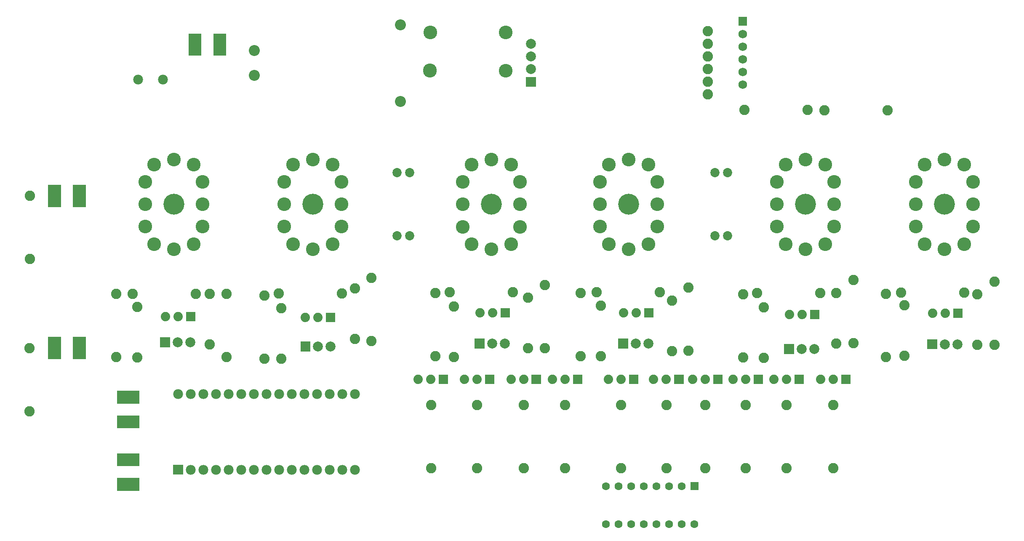
<source format=gbs>
G04 Layer: BottomSolderMaskLayer*
G04 EasyEDA v6.4.25, 2021-11-28T11:35:11+01:00*
G04 012f4e6f5168424cbf972d7804d96389,6d705683b9bb4ad5a2e260519191d1bd,10*
G04 Gerber Generator version 0.2*
G04 Scale: 100 percent, Rotated: No, Reflected: No *
G04 Dimensions in millimeters *
G04 leading zeros omitted , absolute positions ,4 integer and 5 decimal *
%FSLAX45Y45*%
%MOMM*%

%ADD42C,2.0828*%
%ADD43C,1.8542*%
%ADD45C,1.7272*%
%ADD48C,2.0032*%
%ADD50C,1.8796*%
%ADD52C,1.6002*%
%ADD53C,2.2032*%
%ADD54C,2.7432*%
%ADD55C,4.2032*%
%ADD57C,1.9812*%
%ADD58R,2.5832X4.4882*%

%LPD*%
D42*
G01*
X18045460Y8717473D03*
G01*
X16775460Y8717473D03*
G01*
X16436472Y8719987D03*
G01*
X15166472Y8719987D03*
D43*
G01*
X8176976Y7460985D03*
G01*
X8430976Y7460985D03*
G01*
X8176976Y6191493D03*
G01*
X8430976Y6191493D03*
G01*
X14567463Y6191493D03*
G01*
X14821463Y6191493D03*
G01*
X14567463Y7460985D03*
G01*
X14821463Y7460985D03*
D42*
G01*
X4407489Y5020985D03*
G01*
X4407489Y4004985D03*
G01*
X17009470Y5040492D03*
G01*
X17009470Y4024492D03*
G01*
X18310458Y5045979D03*
G01*
X19580458Y5045979D03*
G01*
X13705464Y4892487D03*
G01*
X13705464Y3876487D03*
G01*
X10811489Y4950500D03*
G01*
X10811489Y3934500D03*
G01*
X19842967Y5016997D03*
G01*
X19842967Y4000997D03*
G01*
X7330978Y5131475D03*
G01*
X7330978Y4115475D03*
G01*
X11555989Y2787487D03*
G01*
X11555989Y1517487D03*
G01*
X10723478Y1517487D03*
G01*
X10723478Y2787487D03*
G01*
X9786472Y1517487D03*
G01*
X9786472Y2787487D03*
G01*
X8861480Y1517487D03*
G01*
X8861480Y2787487D03*
G01*
X14378970Y1517487D03*
G01*
X14378970Y2787487D03*
G01*
X5797986Y5030993D03*
G01*
X7067986Y5030993D03*
G01*
X16949475Y1517487D03*
G01*
X16949475Y2787487D03*
G01*
X15419964Y5040492D03*
G01*
X16689964Y5040492D03*
G01*
X15185979Y2787487D03*
G01*
X15185979Y1517487D03*
G01*
X9234987Y5061498D03*
G01*
X10504987Y5061498D03*
G01*
X2864490Y5020477D03*
G01*
X4134490Y5020477D03*
G01*
X12188474Y5061981D03*
G01*
X13458474Y5061981D03*
G01*
X797488Y6993981D03*
G01*
X797488Y5723981D03*
G01*
X12685984Y2787487D03*
G01*
X12685984Y1517487D03*
G01*
X16012469Y1517487D03*
G01*
X16012469Y2787487D03*
G01*
X13594466Y2787487D03*
G01*
X13594466Y1517487D03*
G01*
X789487Y3933002D03*
G01*
X789487Y2663002D03*
G01*
X5853993Y4738994D03*
G01*
X5853993Y3722994D03*
G01*
X11873616Y5045014D03*
G01*
X11873616Y3775014D03*
G01*
X15142088Y5015042D03*
G01*
X15142088Y3745042D03*
G01*
X2951485Y4762997D03*
G01*
X2951485Y3746997D03*
G01*
X2533502Y5019995D03*
G01*
X2533502Y3749995D03*
G01*
X15553974Y4751491D03*
G01*
X15553974Y3735491D03*
G01*
X5508477Y4994493D03*
G01*
X5508477Y3724493D03*
G01*
X12278974Y4786492D03*
G01*
X12278974Y3770492D03*
G01*
X18006954Y5025989D03*
G01*
X18006954Y3755989D03*
G01*
X18381959Y4796500D03*
G01*
X18381959Y3780500D03*
G01*
X8951092Y5044506D03*
G01*
X8951092Y3774506D03*
G01*
X9323481Y4771481D03*
G01*
X9323481Y3755481D03*
G36*
X2545212Y2320356D02*
G01*
X2545212Y2578674D01*
X2994030Y2578674D01*
X2994030Y2320356D01*
G37*
G36*
X2545212Y2818196D02*
G01*
X2545212Y3076514D01*
X2994030Y3076514D01*
X2994030Y2818196D01*
G37*
D45*
G01*
X15129464Y9235988D03*
G01*
X15129464Y9489988D03*
G01*
X15129464Y9743988D03*
G01*
X15129464Y9997988D03*
G01*
X15129464Y10251988D03*
G36*
X15043028Y10419654D02*
G01*
X15043028Y10592374D01*
X15215748Y10592374D01*
X15215748Y10419654D01*
G37*
G36*
X15959714Y3812352D02*
G01*
X15959714Y4012758D01*
X16160120Y4012758D01*
X16160120Y3812352D01*
G37*
D48*
G01*
X16313891Y3912478D03*
G01*
X16567891Y3912478D03*
G36*
X9737222Y3926906D02*
G01*
X9737222Y4127058D01*
X9937628Y4127058D01*
X9937628Y3926906D01*
G37*
G01*
X10091399Y4026982D03*
G01*
X10345399Y4026982D03*
G36*
X18841598Y3911412D02*
G01*
X18841598Y4111564D01*
X19042004Y4111564D01*
X19042004Y3911412D01*
G37*
G01*
X19195877Y4011488D03*
G01*
X19449877Y4011488D03*
G36*
X12623932Y3925382D02*
G01*
X12623932Y4125534D01*
X12824084Y4125534D01*
X12824084Y3925382D01*
G37*
G01*
X12977982Y4025483D03*
G01*
X13231982Y4025483D03*
G36*
X6236848Y3864422D02*
G01*
X6236848Y4064574D01*
X6437254Y4064574D01*
X6437254Y3864422D01*
G37*
G01*
X6591000Y3964498D03*
G01*
X6845000Y3964498D03*
G36*
X3411860Y3950782D02*
G01*
X3411860Y4151188D01*
X3612266Y4151188D01*
X3612266Y3950782D01*
G37*
G01*
X3765986Y4050985D03*
G01*
X4019986Y4050985D03*
D42*
G01*
X4753488Y5023500D03*
G01*
X4753488Y3753500D03*
G01*
X17353970Y5306989D03*
G01*
X17353970Y4036989D03*
G01*
X11151468Y5204983D03*
G01*
X11151468Y3934983D03*
G01*
X14037467Y5149992D03*
G01*
X14037467Y3879992D03*
G01*
X20189957Y5269981D03*
G01*
X20189957Y3999981D03*
G01*
X7661483Y5347477D03*
G01*
X7661483Y4077477D03*
G36*
X13148188Y4547936D02*
G01*
X13148188Y4735896D01*
X13336148Y4735896D01*
X13336148Y4547936D01*
G37*
D50*
G01*
X12988142Y4641992D03*
G01*
X12734142Y4641992D03*
G36*
X10261478Y4552508D02*
G01*
X10261478Y4740468D01*
X10449438Y4740468D01*
X10449438Y4552508D01*
G37*
G01*
X10101559Y4646488D03*
G01*
X9847559Y4646488D03*
G36*
X6750436Y4457512D02*
G01*
X6750436Y4645472D01*
X6938396Y4645472D01*
X6938396Y4457512D01*
G37*
G01*
X6590492Y4551492D03*
G01*
X6336492Y4551492D03*
G36*
X16483970Y4515424D02*
G01*
X16483970Y4703384D01*
X16671930Y4703384D01*
X16671930Y4515424D01*
G37*
G01*
X16324051Y4609480D03*
G01*
X16070051Y4609480D03*
G36*
X3936116Y4474530D02*
G01*
X3936116Y4662490D01*
X4124076Y4662490D01*
X4124076Y4474530D01*
G37*
G01*
X3776146Y4568586D03*
G01*
X3522146Y4568586D03*
G36*
X19366108Y4540570D02*
G01*
X19366108Y4728530D01*
X19554068Y4728530D01*
X19554068Y4540570D01*
G37*
G01*
X19206037Y4634499D03*
G01*
X18952037Y4634499D03*
G36*
X2545466Y1061786D02*
G01*
X2545466Y1320104D01*
X2994538Y1320104D01*
X2994538Y1061786D01*
G37*
G36*
X2545466Y1559626D02*
G01*
X2545466Y1817944D01*
X2994538Y1817944D01*
X2994538Y1559626D01*
G37*
G36*
X14078590Y1075502D02*
G01*
X14078590Y1235522D01*
X14238610Y1235522D01*
X14238610Y1075502D01*
G37*
D52*
G01*
X13904473Y1155486D03*
G01*
X13650473Y1155486D03*
G01*
X13396473Y1155486D03*
G01*
X13142473Y1155486D03*
G01*
X12888473Y1155486D03*
G01*
X12634473Y1155486D03*
G01*
X12380473Y1155486D03*
G01*
X12380473Y393486D03*
G01*
X12634473Y393486D03*
G01*
X12888473Y393486D03*
G01*
X13142473Y393486D03*
G01*
X13396473Y393486D03*
G01*
X13650473Y393486D03*
G01*
X13904473Y393486D03*
G01*
X14158473Y393486D03*
D53*
G01*
X8249975Y8894968D03*
G01*
X8249975Y10434970D03*
G01*
X5309976Y9414982D03*
G01*
X5309976Y9914981D03*
D54*
G01*
X4265985Y6824995D03*
G01*
X3115975Y6824995D03*
G01*
X4265985Y7274981D03*
G01*
X4090776Y7625095D03*
G01*
X3690980Y7724993D03*
G01*
X3290676Y7624993D03*
G01*
X3115975Y7274981D03*
G01*
X3115975Y6374983D03*
G01*
X3290676Y6024895D03*
G01*
X3690726Y5925073D03*
G01*
X4090979Y6024996D03*
G01*
X4265985Y6374983D03*
D55*
G01*
X3690980Y6824995D03*
D54*
G01*
X19759985Y6824995D03*
G01*
X18609975Y6824995D03*
G01*
X19759985Y7274981D03*
G01*
X19584776Y7625095D03*
G01*
X19184980Y7724993D03*
G01*
X18784676Y7624993D03*
G01*
X18609975Y7274981D03*
G01*
X18609975Y6374983D03*
G01*
X18784676Y6024895D03*
G01*
X19184726Y5925073D03*
G01*
X19584979Y6024996D03*
G01*
X19759985Y6374983D03*
D55*
G01*
X19184980Y6824995D03*
D54*
G01*
X16965985Y6824995D03*
G01*
X15815975Y6824995D03*
G01*
X16965985Y7274981D03*
G01*
X16790776Y7625095D03*
G01*
X16390980Y7724993D03*
G01*
X15990676Y7624993D03*
G01*
X15815975Y7274981D03*
G01*
X15815975Y6374983D03*
G01*
X15990676Y6024895D03*
G01*
X16390726Y5925073D03*
G01*
X16790979Y6024996D03*
G01*
X16965985Y6374983D03*
D55*
G01*
X16390980Y6824995D03*
D54*
G01*
X13409985Y6824995D03*
G01*
X12259975Y6824995D03*
G01*
X13409985Y7274981D03*
G01*
X13234776Y7625095D03*
G01*
X12834980Y7724993D03*
G01*
X12434676Y7624993D03*
G01*
X12259975Y7274981D03*
G01*
X12259975Y6374983D03*
G01*
X12434676Y6024895D03*
G01*
X12834726Y5925073D03*
G01*
X13234979Y6024996D03*
G01*
X13409985Y6374983D03*
D55*
G01*
X12834980Y6824995D03*
D54*
G01*
X10648980Y6823496D03*
G01*
X9498970Y6823496D03*
G01*
X10648980Y7273483D03*
G01*
X10473771Y7623596D03*
G01*
X10073975Y7723494D03*
G01*
X9673671Y7623495D03*
G01*
X9498970Y7273483D03*
G01*
X9498970Y6373484D03*
G01*
X9673671Y6023396D03*
G01*
X10073721Y5923574D03*
G01*
X10473974Y6023498D03*
G01*
X10648980Y6373484D03*
D55*
G01*
X10073975Y6823496D03*
D54*
G01*
X7059985Y6824995D03*
G01*
X5909975Y6824995D03*
G01*
X7059985Y7274981D03*
G01*
X6884776Y7625095D03*
G01*
X6484980Y7724993D03*
G01*
X6084676Y7624993D03*
G01*
X5909975Y7274981D03*
G01*
X5909975Y6374983D03*
G01*
X6084676Y6024895D03*
G01*
X6484726Y5925073D03*
G01*
X6884979Y6024996D03*
G01*
X7059985Y6374983D03*
D55*
G01*
X6484980Y6824995D03*
G36*
X3678052Y1388938D02*
G01*
X3678052Y1587058D01*
X3876172Y1587058D01*
X3876172Y1388938D01*
G37*
D57*
G01*
X4030985Y1487998D03*
G01*
X4284985Y1487998D03*
G01*
X4538985Y1487998D03*
G01*
X4792985Y1487998D03*
G01*
X5046985Y1487998D03*
G01*
X5300985Y1487998D03*
G01*
X5554985Y1487998D03*
G01*
X5808985Y1487998D03*
G01*
X6062985Y1487998D03*
G01*
X6316985Y1487998D03*
G01*
X6570985Y1487998D03*
G01*
X6824985Y1487998D03*
G01*
X7078985Y1487998D03*
G01*
X7332985Y1487998D03*
G01*
X3776985Y3011998D03*
G01*
X4030985Y3011998D03*
G01*
X4284985Y3011998D03*
G01*
X4538985Y3011998D03*
G01*
X4792985Y3011998D03*
G01*
X5046985Y3011998D03*
G01*
X5300985Y3011998D03*
G01*
X5554985Y3011998D03*
G01*
X5808985Y3011998D03*
G01*
X6062985Y3011998D03*
G01*
X6316985Y3011998D03*
G01*
X6570985Y3011998D03*
G01*
X6824985Y3011998D03*
G01*
X7078985Y3011998D03*
G01*
X7332985Y3011998D03*
G36*
X10771764Y9187754D02*
G01*
X10771764Y9388160D01*
X10972170Y9388160D01*
X10972170Y9187754D01*
G37*
D48*
G01*
X10871967Y9541982D03*
G01*
X10871967Y9795982D03*
G01*
X10871967Y10049982D03*
D42*
G01*
X14427967Y9033982D03*
G01*
X14427967Y9287982D03*
G01*
X14427967Y9541982D03*
G01*
X14427967Y9795982D03*
G01*
X14427967Y10049982D03*
G01*
X14427967Y10303982D03*
D57*
G01*
X3475080Y9334972D03*
G01*
X2974954Y9334972D03*
D58*
G01*
X4613915Y10034971D03*
G01*
X4116075Y10034971D03*
G36*
X1659768Y6769166D02*
G01*
X1659768Y7217984D01*
X1918086Y7217984D01*
X1918086Y6769166D01*
G37*
G36*
X1161928Y6769166D02*
G01*
X1161928Y7217984D01*
X1420246Y7217984D01*
X1420246Y6769166D01*
G37*
G36*
X15346558Y3211896D02*
G01*
X15346558Y3399856D01*
X15534518Y3399856D01*
X15534518Y3211896D01*
G37*
D50*
G01*
X15186436Y3306003D03*
G01*
X14932436Y3306003D03*
G36*
X9016624Y3211896D02*
G01*
X9016624Y3399856D01*
X9204584Y3399856D01*
X9204584Y3211896D01*
G37*
G01*
X8856477Y3306003D03*
G01*
X8602477Y3306003D03*
G36*
X17108556Y3211896D02*
G01*
X17108556Y3399856D01*
X17296516Y3399856D01*
X17296516Y3211896D01*
G37*
G01*
X16948434Y3306003D03*
G01*
X16694434Y3306003D03*
G36*
X9948042Y3211896D02*
G01*
X9948042Y3399856D01*
X10136002Y3399856D01*
X10136002Y3211896D01*
G37*
G01*
X9787945Y3306003D03*
G01*
X9533945Y3306003D03*
G36*
X16173582Y3211896D02*
G01*
X16173582Y3399856D01*
X16361542Y3399856D01*
X16361542Y3211896D01*
G37*
G01*
X16013435Y3306003D03*
G01*
X15759435Y3306003D03*
G36*
X11715882Y3211896D02*
G01*
X11715882Y3399856D01*
X11903842Y3399856D01*
X11903842Y3211896D01*
G37*
G01*
X11555963Y3306003D03*
G01*
X11301963Y3306003D03*
G36*
X12845420Y3211896D02*
G01*
X12845420Y3399856D01*
X13033380Y3399856D01*
X13033380Y3211896D01*
G37*
G01*
X12685450Y3306003D03*
G01*
X12431450Y3306003D03*
G36*
X13752962Y3211896D02*
G01*
X13752962Y3399856D01*
X13940922Y3399856D01*
X13940922Y3211896D01*
G37*
G01*
X13592942Y3306003D03*
G01*
X13338942Y3306003D03*
G36*
X14538584Y3211896D02*
G01*
X14538584Y3399856D01*
X14726544Y3399856D01*
X14726544Y3211896D01*
G37*
G01*
X14378437Y3306003D03*
G01*
X14124437Y3306003D03*
G36*
X10884032Y3211896D02*
G01*
X10884032Y3399856D01*
X11071992Y3399856D01*
X11071992Y3211896D01*
G37*
G01*
X10723961Y3306003D03*
G01*
X10469961Y3306003D03*
G36*
X1659768Y3708974D02*
G01*
X1659768Y4157792D01*
X1918086Y4157792D01*
X1918086Y3708974D01*
G37*
G36*
X1161928Y3708974D02*
G01*
X1161928Y4157792D01*
X1420246Y4157792D01*
X1420246Y3708974D01*
G37*
D54*
G01*
X10361960Y9513585D03*
G01*
X10366888Y10281986D03*
G01*
X8842964Y9515083D03*
G01*
X8844996Y10281909D03*
G01*
X8842888Y9516684D03*
G01*
X8844920Y10281986D03*
M02*

</source>
